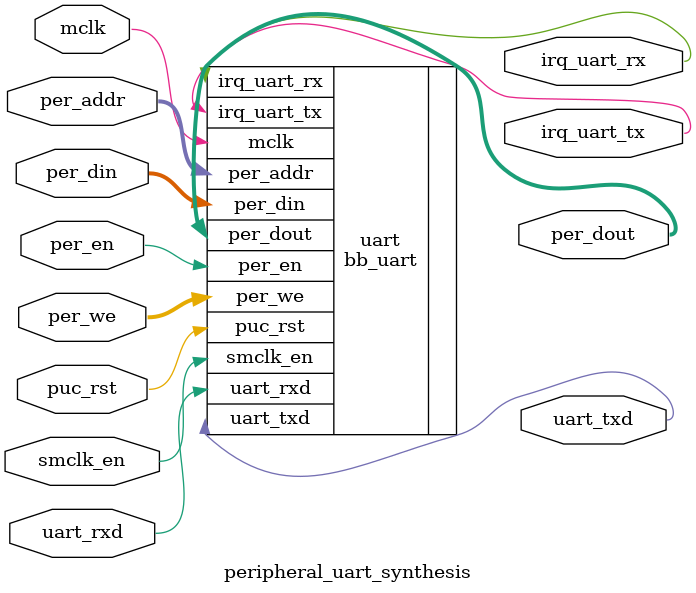
<source format=sv>

/* Copyright (c) 2018-2019 by the author(s)
 *
 * Permission is hereby granted, free of charge, to any person obtaining a copy
 * of this software and associated documentation files (the "Software"), to deal
 * in the Software without restriction, including without limitation the rights
 * to use, copy, modify, merge, publish, distribute, sublicense, and/or sell
 * copies of the Software, and to permit persons to whom the Software is
 * furnished to do so, subject to the following conditions:
 *
 * The above copyright notice and this permission notice shall be included in
 * all copies or substantial portions of the Software.
 *
 * THE SOFTWARE IS PROVIDED "AS IS", WITHOUT WARRANTY OF ANY KIND, EXPRESS OR
 * IMPLIED, INCLUDING BUT NOT LIMITED TO THE WARRANTIES OF MERCHANTABILITY,
 * FITNESS FOR A PARTICULAR PURPOSE AND NONINFRINGEMENT. IN NO EVENT SHALL THE
 * AUTHORS OR COPYRIGHT HOLDERS BE LIABLE FOR ANY CLAIM, DAMAGES OR OTHER
 * LIABILITY, WHETHER IN AN ACTION OF CONTRACT, TORT OR OTHERWISE, ARISING FROM,
 * OUT OF OR IN CONNECTION WITH THE SOFTWARE OR THE USE OR OTHER DEALINGS IN
 * THE SOFTWARE.
 *
 * =============================================================================
 * Author(s):
 *   Paco Reina Campo <pacoreinacampo@queenfield.tech>
 */

module peripheral_uart_synthesis (
  input              mclk, // Main system clock
  input              puc_rst, // Main system reset

  input              smclk_en, // SMCLK enable (from CPU)

  input       [13:0] per_addr, // Peripheral address
  output      [15:0] per_dout, // Peripheral data output
  input       [15:0] per_din, // Peripheral data input
  input              per_en, // Peripheral enable (high active)
  input       [ 1:0] per_we, // Peripheral write enable (high active)

  output             irq_uart_rx, // UART receive interrupt
  output             irq_uart_tx, // UART transmit interrupt
  input              uart_rxd, // UART Data Receive (RXD)
  output             uart_txd // UART Data Transmit (TXD)
);

  //////////////////////////////////////////////////////////////////
  //
  // Module Body
  //

  //DUT BB
  bb_uart uart (
    .mclk         (mclk), // Main system clock
    .puc_rst      (puc_rst), // Main system reset

    .smclk_en     (smclk_en), // SMCLK enable (from CPU)

    .per_addr     (per_addr), // Peripheral address
    .per_dout     (per_dout), // Peripheral data output
    .per_din      (per_din), // Peripheral data input
    .per_en       (per_en), // Peripheral enable (high active)
    .per_we       (per_we), // Peripheral write enable (high active)

    .irq_uart_rx  (irq_uart_rx), // UART receive interrupt
    .irq_uart_tx  (irq_uart_tx), // UART transmit interrupt
    .uart_rxd     (uart_rxd), // UART Data Receive (RXD)
    .uart_txd     (uart_txd) // UART Data Transmit (TXD)
  );
endmodule

</source>
